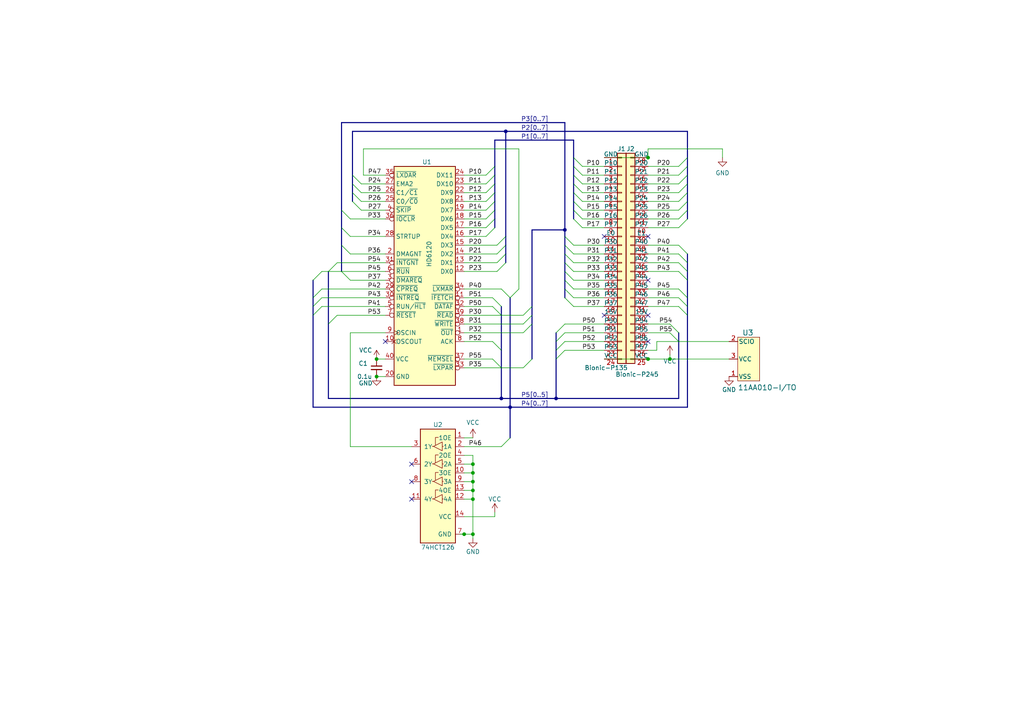
<source format=kicad_sch>
(kicad_sch (version 20230121) (generator eeschema)
  (paper "A4")
  (title_block (title "BionicHD6120") (date "2023-12-10") (rev "1") (company "Tadashi G. Takaoka"))
  (lib_symbols
    (symbol "0-LocalLibrary:11AA010-I_TO" (pin_names (offset 0.254))
      (property "Reference" "U" (at 2.54 1.27 0))
      (property "Value" "11AA010-I/TO" (at 3.81 -13.97 0))
      (symbol "11AA010-I_TO_1_1"
        (rectangle (start 0 0) (end 6.35 -12.7) (fill (type background)))
        (pin power_in line (at -2.54 -11.43 0) (length 2.54) (name "VSS") (number "1"))
        (pin bidirectional line (at -2.54 -1.27 0) (length 2.54) (name "SCIO") (number "2"))
        (pin power_in line (at -2.54 -6.35 0) (length 2.54) (name "VCC") (number "3"))
      )
    )
    (symbol "0-LocalLibrary:74HCT126" (pin_names (offset 1.016))
      (property "Reference" "U" (at 0 16.51 0))
      (property "Value" "74HCT126" (at 0 -19.05 0))
      (symbol "74HCT126_0_1"
        (polyline (pts (xy -1.2954 10.2108) (xy -1.6002 10.2108)))
        (polyline (pts (xy 1.2954 10.2362) (xy 1.651 10.2362)))
        (polyline (pts (xy 0.7112 10.5664) (xy 0.7112 12.827) (xy -0.127 12.827) (xy -0.1016 12.827)))
      )
      (symbol "74HCT126_1_0"
        (polyline (pts (xy 1.27 10.2362) (xy -1.27 11.5062) (xy -1.27 8.9662) (xy 1.27 10.2362)) (stroke (width 0.1524)))
        (pin input line (at -7.62 12.7 0) (length 2.54) (name "1OE") (number "1"))
        (pin input line (at -7.62 2.54 0) (length 2.54) (name "3OE") (number "10"))
        (pin tri_state line (at 7.62 -5.08 180) (length 2.54) (name "4Y") (number "11"))
        (pin input line (at -7.62 -5.08 0) (length 2.54) (name "4A") (number "12"))
        (pin input line (at -7.62 -2.54 0) (length 2.54) (name "4OE") (number "13"))
        (pin power_in line (at -7.62 -10.16 0) (length 2.54) (name "VCC") (number "14"))
        (pin input line (at -7.62 10.16 0) (length 2.54) (name "1A") (number "2"))
        (pin tri_state line (at 7.62 10.16 180) (length 2.54) (name "1Y") (number "3"))
        (pin input line (at -7.62 7.62 0) (length 2.54) (name "2OE") (number "4"))
        (pin input line (at -7.62 5.08 0) (length 2.54) (name "2A") (number "5"))
        (pin tri_state line (at 7.62 5.08 180) (length 2.54) (name "2Y") (number "6"))
        (pin power_in line (at -7.62 -15.24 0) (length 2.54) (name "GND") (number "7"))
        (pin tri_state line (at 7.62 0 180) (length 2.54) (name "3Y") (number "8"))
        (pin input line (at -7.62 0 0) (length 2.54) (name "3A") (number "9"))
      )
      (symbol "74HCT126_1_1"
        (rectangle (start -5.08 15.24) (end 5.08 -17.78) (stroke (width 0.254)) (fill (type background)))
        (polyline (pts (xy -1.2954 -5.0292) (xy -1.6002 -5.0292)))
        (polyline (pts (xy -1.2954 0.0508) (xy -1.6002 0.0508)))
        (polyline (pts (xy -1.2954 5.1308) (xy -1.6002 5.1308)))
        (polyline (pts (xy 1.2954 -5.0038) (xy 1.651 -5.0038)))
        (polyline (pts (xy 1.2954 0.0762) (xy 1.651 0.0762)))
        (polyline (pts (xy 1.2954 5.1562) (xy 1.651 5.1562)))
        (polyline (pts (xy 0.7112 -4.6736) (xy 0.7112 -2.413) (xy -0.127 -2.413) (xy -0.1016 -2.413)))
        (polyline (pts (xy 0.7112 0.4064) (xy 0.7112 2.667) (xy -0.127 2.667) (xy -0.1016 2.667)))
        (polyline (pts (xy 0.7112 5.4864) (xy 0.7112 7.747) (xy -0.127 7.747) (xy -0.1016 7.747)))
        (polyline (pts (xy 1.27 -5.0038) (xy -1.27 -3.7338) (xy -1.27 -6.2738) (xy 1.27 -5.0038)) (stroke (width 0.1524)))
        (polyline (pts (xy 1.27 0.0762) (xy -1.27 1.3462) (xy -1.27 -1.1938) (xy 1.27 0.0762)) (stroke (width 0.1524)))
        (polyline (pts (xy 1.27 5.1562) (xy -1.27 6.4262) (xy -1.27 3.8862) (xy 1.27 5.1562)) (stroke (width 0.1524)))
      )
    )
    (symbol "0-LocalLibrary:Bionic-P135" (pin_names (offset 0))
      (property "Reference" "J" (at 0 30.48 0))
      (property "Value" "Bionic-P135" (at -1.27 -33.02 0))
      (symbol "Bionic-P135_1_1"
        (rectangle (start -1.27 -30.353) (end 0 -30.607) (stroke (width 0.1524)))
        (rectangle (start -1.27 -27.813) (end 0 -28.067) (stroke (width 0.1524)))
        (rectangle (start -1.27 -25.273) (end 0 -25.527) (stroke (width 0.1524)))
        (rectangle (start -1.27 -22.733) (end 0 -22.987) (stroke (width 0.1524)))
        (rectangle (start -1.27 -20.193) (end 0 -20.447) (stroke (width 0.1524)))
        (rectangle (start -1.27 -17.653) (end 0 -17.907) (stroke (width 0.1524)))
        (rectangle (start -1.27 -15.113) (end 0 -15.367) (stroke (width 0.1524)))
        (rectangle (start -1.27 -12.573) (end 0 -12.827) (stroke (width 0.1524)))
        (rectangle (start -1.27 -10.033) (end 0 -10.287) (stroke (width 0.1524)))
        (rectangle (start -1.27 -7.493) (end 0 -7.747) (stroke (width 0.1524)))
        (rectangle (start -1.27 -4.953) (end 0 -5.207) (stroke (width 0.1524)))
        (rectangle (start -1.27 -2.413) (end 0 -2.667) (stroke (width 0.1524)))
        (rectangle (start -1.27 0.127) (end 0 -0.127) (stroke (width 0.1524)))
        (rectangle (start -1.27 2.667) (end 0 2.413) (stroke (width 0.1524)))
        (rectangle (start -1.27 5.207) (end 0 4.953) (stroke (width 0.1524)))
        (rectangle (start -1.27 7.747) (end 0 7.493) (stroke (width 0.1524)))
        (rectangle (start -1.27 10.287) (end 0 10.033) (stroke (width 0.1524)))
        (rectangle (start -1.27 12.827) (end 0 12.573) (stroke (width 0.1524)))
        (rectangle (start -1.27 15.367) (end 0 15.113) (stroke (width 0.1524)))
        (rectangle (start -1.27 17.907) (end 0 17.653) (stroke (width 0.1524)))
        (rectangle (start -1.27 20.447) (end 0 20.193) (stroke (width 0.1524)))
        (rectangle (start -1.27 22.987) (end 0 22.733) (stroke (width 0.1524)))
        (rectangle (start -1.27 25.527) (end 0 25.273) (stroke (width 0.1524)))
        (rectangle (start -1.27 28.067) (end 0 27.813) (stroke (width 0.1524)))
        (rectangle (start -1.27 29.21) (end 1.27 -31.75) (stroke (width 0.254)) (fill (type background)))
        (pin power_out line (at -5.08 27.94 0) (length 3.81) (name "GND") (number "1"))
        (pin bidirectional line (at -5.08 5.08 0) (length 3.81) (name "E0") (number "10"))
        (pin bidirectional line (at -5.08 2.54 0) (length 3.81) (name "P30") (number "11"))
        (pin bidirectional line (at -5.08 0 0) (length 3.81) (name "P31") (number "12"))
        (pin bidirectional line (at -5.08 -2.54 0) (length 3.81) (name "P32") (number "13"))
        (pin bidirectional line (at -5.08 -5.08 0) (length 3.81) (name "P33") (number "14"))
        (pin bidirectional line (at -5.08 -7.62 0) (length 3.81) (name "P34") (number "15"))
        (pin bidirectional line (at -5.08 -10.16 0) (length 3.81) (name "P35") (number "16"))
        (pin bidirectional line (at -5.08 -12.7 0) (length 3.81) (name "P36") (number "17"))
        (pin bidirectional line (at -5.08 -15.24 0) (length 3.81) (name "P37") (number "18"))
        (pin power_out line (at -5.08 -17.78 0) (length 3.81) (name "15V") (number "19"))
        (pin bidirectional line (at -5.08 25.4 0) (length 3.81) (name "P10") (number "2"))
        (pin bidirectional line (at -5.08 -20.32 0) (length 3.81) (name "P50") (number "20"))
        (pin bidirectional line (at -5.08 -22.86 0) (length 3.81) (name "P51") (number "21"))
        (pin bidirectional line (at -5.08 -25.4 0) (length 3.81) (name "P52") (number "22"))
        (pin bidirectional line (at -5.08 -27.94 0) (length 3.81) (name "P53") (number "23"))
        (pin power_out line (at -5.08 -30.48 0) (length 3.81) (name "VCC") (number "24"))
        (pin bidirectional line (at -5.08 22.86 0) (length 3.81) (name "P11") (number "3"))
        (pin bidirectional line (at -5.08 20.32 0) (length 3.81) (name "P12") (number "4"))
        (pin bidirectional line (at -5.08 17.78 0) (length 3.81) (name "P13") (number "5"))
        (pin bidirectional line (at -5.08 15.24 0) (length 3.81) (name "P14") (number "6"))
        (pin bidirectional line (at -5.08 12.7 0) (length 3.81) (name "P15") (number "7"))
        (pin bidirectional line (at -5.08 10.16 0) (length 3.81) (name "P16") (number "8"))
        (pin bidirectional line (at -5.08 7.62 0) (length 3.81) (name "P17") (number "9"))
      )
    )
    (symbol "0-LocalLibrary:Bionic-P245" (pin_names (offset 0))
      (property "Reference" "J" (at -3.81 30.48 0))
      (property "Value" "Bionic-P245" (at -1.27 -33.02 0))
      (symbol "Bionic-P245_1_1"
        (rectangle (start -5.08 -31.75) (end -2.54 29.21) (stroke (width 0.254)) (fill (type background)))
        (rectangle (start -3.81 -30.607) (end -2.54 -30.353) (stroke (width 0.1524)))
        (rectangle (start -3.81 -28.067) (end -2.54 -27.813) (stroke (width 0.1524)))
        (rectangle (start -3.81 -25.527) (end -2.54 -25.273) (stroke (width 0.1524)))
        (rectangle (start -3.81 -22.987) (end -2.54 -22.733) (stroke (width 0.1524)))
        (rectangle (start -3.81 -20.447) (end -2.54 -20.193) (stroke (width 0.1524)))
        (rectangle (start -3.81 -17.907) (end -2.54 -17.653) (stroke (width 0.1524)))
        (rectangle (start -3.81 -15.367) (end -2.54 -15.113) (stroke (width 0.1524)))
        (rectangle (start -3.81 -12.827) (end -2.54 -12.573) (stroke (width 0.1524)))
        (rectangle (start -3.81 -10.287) (end -2.54 -10.033) (stroke (width 0.1524)))
        (rectangle (start -3.81 -7.747) (end -2.54 -7.493) (stroke (width 0.1524)))
        (rectangle (start -3.81 -5.207) (end -2.54 -4.953) (stroke (width 0.1524)))
        (rectangle (start -3.81 -2.667) (end -2.54 -2.413) (stroke (width 0.1524)))
        (rectangle (start -3.81 -0.127) (end -2.54 0.127) (stroke (width 0.1524)))
        (rectangle (start -3.81 2.413) (end -2.54 2.667) (stroke (width 0.1524)))
        (rectangle (start -3.81 4.953) (end -2.54 5.207) (stroke (width 0.1524)))
        (rectangle (start -3.81 7.493) (end -2.54 7.747) (stroke (width 0.1524)))
        (rectangle (start -3.81 10.033) (end -2.54 10.287) (stroke (width 0.1524)))
        (rectangle (start -3.81 12.573) (end -2.54 12.827) (stroke (width 0.1524)))
        (rectangle (start -3.81 15.113) (end -2.54 15.367) (stroke (width 0.1524)))
        (rectangle (start -3.81 17.653) (end -2.54 17.907) (stroke (width 0.1524)))
        (rectangle (start -3.81 20.193) (end -2.54 20.447) (stroke (width 0.1524)))
        (rectangle (start -3.81 22.733) (end -2.54 22.987) (stroke (width 0.1524)))
        (rectangle (start -3.81 25.273) (end -2.54 25.527) (stroke (width 0.1524)))
        (rectangle (start -3.81 27.813) (end -2.54 28.067) (stroke (width 0.1524)))
        (pin power_in line (at 1.27 -30.48 180) (length 3.81) (name "VCC") (number "25"))
        (pin bidirectional line (at 1.27 -27.94 180) (length 3.81) (name "P57") (number "26"))
        (pin bidirectional line (at 1.27 -25.4 180) (length 3.81) (name "P56") (number "27"))
        (pin bidirectional line (at 1.27 -22.86 180) (length 3.81) (name "P55") (number "28"))
        (pin bidirectional line (at 1.27 -20.32 180) (length 3.81) (name "P54") (number "29"))
        (pin power_in line (at 1.27 -17.78 180) (length 3.81) (name "15V") (number "30"))
        (pin bidirectional line (at 1.27 -15.24 180) (length 3.81) (name "P47") (number "31"))
        (pin bidirectional line (at 1.27 -12.7 180) (length 3.81) (name "P46") (number "32"))
        (pin bidirectional line (at 1.27 -10.16 180) (length 3.81) (name "P45") (number "33"))
        (pin bidirectional line (at 1.27 -7.62 180) (length 3.81) (name "P44") (number "34"))
        (pin bidirectional line (at 1.27 -5.08 180) (length 3.81) (name "P43") (number "35"))
        (pin bidirectional line (at 1.27 -2.54 180) (length 3.81) (name "P42") (number "36"))
        (pin bidirectional line (at 1.27 0 180) (length 3.81) (name "P41") (number "37"))
        (pin bidirectional line (at 1.27 2.54 180) (length 3.81) (name "P40") (number "38"))
        (pin bidirectional line (at 1.27 5.08 180) (length 3.81) (name "E1") (number "39"))
        (pin bidirectional line (at 1.27 7.62 180) (length 3.81) (name "P27") (number "40"))
        (pin bidirectional line (at 1.27 10.16 180) (length 3.81) (name "P26") (number "41"))
        (pin bidirectional line (at 1.27 12.7 180) (length 3.81) (name "P25") (number "42"))
        (pin bidirectional line (at 1.27 15.24 180) (length 3.81) (name "P24") (number "43"))
        (pin bidirectional line (at 1.27 17.78 180) (length 3.81) (name "P23") (number "44"))
        (pin bidirectional line (at 1.27 20.32 180) (length 3.81) (name "P22") (number "45"))
        (pin bidirectional line (at 1.27 22.86 180) (length 3.81) (name "P21") (number "46"))
        (pin bidirectional line (at 1.27 25.4 180) (length 3.81) (name "P20") (number "47"))
        (pin power_in line (at 1.27 27.94 180) (length 3.81) (name "GND") (number "48"))
      )
    )
    (symbol "0-LocalLibrary:HD6120"
      (property "Reference" "U" (at -1.27 31.75 0))
      (property "Value" "HD6120" (at 0 -1.27 90))
      (symbol "HD6120_0_1"
        (rectangle (start -8.89 -33.02) (end 8.89 30.48) (stroke (width 0.254)) (fill (type background)))
      )
      (symbol "HD6120_1_1"
        (pin output inverted (at 11.43 -17.78 180) (length 2.54) (name "~{OUT}") (number "1"))
        (pin output non_logic (at -11.43 -20.32 0) (length 2.54) (name "OSCOUT") (number "10"))
        (pin output inverted (at 11.43 -7.62 180) (length 2.54) (name "~{IFETCH}") (number "11"))
        (pin bidirectional line (at 11.43 0 180) (length 2.54) (name "DX0") (number "12"))
        (pin bidirectional line (at 11.43 2.54 180) (length 2.54) (name "DX1") (number "13"))
        (pin bidirectional line (at 11.43 5.08 180) (length 2.54) (name "DX2") (number "14"))
        (pin bidirectional line (at 11.43 7.62 180) (length 2.54) (name "DX3") (number "15"))
        (pin bidirectional line (at 11.43 10.16 180) (length 2.54) (name "DX4") (number "16"))
        (pin bidirectional line (at 11.43 12.7 180) (length 2.54) (name "DX5") (number "17"))
        (pin bidirectional line (at 11.43 15.24 180) (length 2.54) (name "DX6") (number "18"))
        (pin bidirectional line (at 11.43 17.78 180) (length 2.54) (name "DX7") (number "19"))
        (pin output line (at -11.43 5.08 0) (length 2.54) (name "DMAGNT") (number "2"))
        (pin power_in line (at -11.43 -30.48 0) (length 2.54) (name "GND") (number "20"))
        (pin bidirectional line (at 11.43 20.32 180) (length 2.54) (name "DX8") (number "21"))
        (pin bidirectional line (at 11.43 22.86 180) (length 2.54) (name "DX9") (number "22"))
        (pin bidirectional line (at 11.43 25.4 180) (length 2.54) (name "DX10") (number "23"))
        (pin bidirectional line (at 11.43 27.94 180) (length 2.54) (name "DX11") (number "24"))
        (pin bidirectional line (at -11.43 20.32 0) (length 2.54) (name "C0/~{C0}") (number "25"))
        (pin bidirectional line (at -11.43 22.86 0) (length 2.54) (name "C1/~{C1}") (number "26"))
        (pin output line (at -11.43 25.4 0) (length 2.54) (name "EMA2") (number "27"))
        (pin input line (at -11.43 10.16 0) (length 2.54) (name "STRTUP") (number "28"))
        (pin input inverted (at -11.43 -5.08 0) (length 2.54) (name "~{CPREQ}") (number "29"))
        (pin input inverted (at -11.43 -2.54 0) (length 2.54) (name "~{DMAREQ}") (number "3"))
        (pin input inverted (at -11.43 -7.62 0) (length 2.54) (name "~{INTREQ}") (number "30"))
        (pin output inverted (at -11.43 2.54 0) (length 2.54) (name "~{INTGNT}") (number "31"))
        (pin output inverted (at 11.43 -10.16 180) (length 2.54) (name "~{DATAF}") (number "32"))
        (pin output inverted (at 11.43 -27.94 180) (length 2.54) (name "~{LXPAR}") (number "33"))
        (pin output inverted (at 11.43 -5.08 180) (length 2.54) (name "~{LXMAR}") (number "34"))
        (pin output inverted (at -11.43 27.94 0) (length 2.54) (name "~{LXDAR}") (number "35"))
        (pin output inverted (at -11.43 15.24 0) (length 2.54) (name "~{IOCLR}") (number "36"))
        (pin output inverted (at 11.43 -25.4 180) (length 2.54) (name "~{MEMSEL}") (number "37"))
        (pin output inverted (at 11.43 -15.24 180) (length 2.54) (name "~{WRITE}") (number "38"))
        (pin output inverted (at 11.43 -12.7 180) (length 2.54) (name "~{READ}") (number "39"))
        (pin input inverted (at -11.43 17.78 0) (length 2.54) (name "~{SKIP}") (number "4"))
        (pin power_in line (at -11.43 -25.4 0) (length 2.54) (name "VCC") (number "40"))
        (pin input inverted (at -11.43 -10.16 0) (length 2.54) (name "RUN/~{HLT}") (number "5"))
        (pin output inverted (at -11.43 0 0) (length 2.54) (name "~{RUN}") (number "6"))
        (pin input inverted (at -11.43 -12.7 0) (length 2.54) (name "~{RESET}") (number "7"))
        (pin input line (at 11.43 -20.32 180) (length 2.54) (name "ACK") (number "8"))
        (pin input clock (at -11.43 -17.78 0) (length 2.54) (name "OSCIN") (number "9"))
      )
    )
    (symbol "Device:C_Small" (pin_numbers hide) (pin_names (offset 0.254) hide)
      (property "Reference" "C" (at 0.254 1.778 0))
      (property "Value" "C_Small" (at 0.254 -2.032 0))
      (symbol "C_Small_0_1"
        (polyline (pts (xy -1.524 -0.508) (xy 1.524 -0.508)) (stroke (width 0.3302)))
        (polyline (pts (xy -1.524 0.508) (xy 1.524 0.508)) (stroke (width 0.3048)))
      )
      (symbol "C_Small_1_1"
        (pin passive line (at 0 2.54 270) (length 2.032) (name "~") (number "1"))
        (pin passive line (at 0 -2.54 90) (length 2.032) (name "~") (number "2"))
      )
    )
    (symbol "GND_1" (power) (pin_names (offset 0))
      (property "Value" "GND_1" (at 0 -3.81 0))
      (symbol "GND_1_0_1"
        (polyline (pts (xy 0 0) (xy 0 -1.27) (xy 1.27 -1.27) (xy 0 -2.54) (xy -1.27 -1.27) (xy 0 -1.27)))
      )
      (symbol "GND_1_1_1"
        (pin power_in line (at 0 0 270) (length 0) hide (name "GND") (number "1"))
      )
    )
    (symbol "VCC_1" (power) (pin_names (offset 0))
      (property "Value" "VCC_1" (at 0 3.81 0))
      (symbol "VCC_1_0_1"
        (polyline (pts (xy -0.762 1.27) (xy 0 2.54)))
        (polyline (pts (xy 0 0) (xy 0 2.54)))
        (polyline (pts (xy 0 2.54) (xy 0.762 1.27)))
      )
      (symbol "VCC_1_1_1"
        (pin power_in line (at 0 0 90) (length 0) hide (name "VCC") (number "1"))
      )
    )
  )
  (junction (at 137.16 144.78))
  (junction (at 137.16 139.7))
  (junction (at 137.16 137.16))
  (junction (at 146.685 38.1))
  (junction (at 194.31 104.14))
  (junction (at 137.16 142.24))
  (junction (at 187.96 45.72))
  (junction (at 147.955 118.11))
  (junction (at 137.16 134.62))
  (junction (at 161.29 115.57))
  (junction (at 137.16 154.94))
  (junction (at 145.415 115.57))
  (junction (at 134.62 154.94))
  (junction (at 109.22 104.14))
  (junction (at 163.83 66.675))
  (junction (at 109.22 109.22))
  (junction (at 187.96 104.14))
  (no_connect (at 175.26 68.58))
  (no_connect (at 111.76 99.06))
  (no_connect (at 187.96 91.44))
  (no_connect (at 175.26 91.44))
  (no_connect (at 119.38 134.62))
  (no_connect (at 187.96 99.06))
  (no_connect (at 187.96 81.28))
  (no_connect (at 119.38 139.7))
  (no_connect (at 187.96 68.58))
  (no_connect (at 119.38 144.78))
  (bus_entry (at 199.39 60.96) (size -2.54 2.54))
  (bus_entry (at 196.85 71.12) (size 2.54 2.54))
  (bus_entry (at 142.875 86.36) (size 2.54 2.54))
  (bus_entry (at 168.91 60.96) (size -2.54 -2.54))
  (bus_entry (at 99.06 78.74) (size 2.54 2.54))
  (bus_entry (at 93.345 83.82) (size -2.54 2.54))
  (bus_entry (at 154.305 91.44) (size -2.54 2.54))
  (bus_entry (at 194.31 96.52) (size 2.54 2.54))
  (bus_entry (at 140.97 63.5) (size 2.54 -2.54))
  (bus_entry (at 196.85 88.9) (size 2.54 2.54))
  (bus_entry (at 146.685 73.66) (size -2.54 2.54))
  (bus_entry (at 199.39 45.72) (size -2.54 2.54))
  (bus_entry (at 142.875 88.9) (size 2.54 2.54))
  (bus_entry (at 194.31 93.98) (size 2.54 2.54))
  (bus_entry (at 93.345 86.36) (size -2.54 2.54))
  (bus_entry (at 196.85 73.66) (size 2.54 2.54))
  (bus_entry (at 154.305 88.9) (size -2.54 2.54))
  (bus_entry (at 168.91 48.26) (size -2.54 -2.54))
  (bus_entry (at 199.39 63.5) (size -2.54 2.54))
  (bus_entry (at 161.29 101.6) (size 2.54 -2.54))
  (bus_entry (at 146.685 76.2) (size -2.54 2.54))
  (bus_entry (at 163.83 68.58) (size 2.54 2.54))
  (bus_entry (at 102.235 58.42) (size 2.54 2.54))
  (bus_entry (at 163.83 71.12) (size 2.54 2.54))
  (bus_entry (at 168.91 55.88) (size -2.54 -2.54))
  (bus_entry (at 196.85 86.36) (size 2.54 2.54))
  (bus_entry (at 161.29 104.14) (size 2.54 -2.54))
  (bus_entry (at 168.91 53.34) (size -2.54 -2.54))
  (bus_entry (at 168.91 50.8) (size -2.54 -2.54))
  (bus_entry (at 93.345 78.74) (size -2.54 2.54))
  (bus_entry (at 99.06 60.96) (size 2.54 2.54))
  (bus_entry (at 150.495 83.82) (size -2.54 2.54))
  (bus_entry (at 93.345 88.9) (size -2.54 2.54))
  (bus_entry (at 140.97 66.04) (size 2.54 -2.54))
  (bus_entry (at 99.06 71.12) (size 2.54 2.54))
  (bus_entry (at 140.97 53.34) (size 2.54 -2.54))
  (bus_entry (at 168.91 63.5) (size -2.54 -2.54))
  (bus_entry (at 140.97 58.42) (size 2.54 -2.54))
  (bus_entry (at 199.39 58.42) (size -2.54 2.54))
  (bus_entry (at 142.875 104.14) (size 2.54 2.54))
  (bus_entry (at 146.685 68.58) (size -2.54 2.54))
  (bus_entry (at 102.235 50.8) (size 2.54 2.54))
  (bus_entry (at 140.97 68.58) (size 2.54 -2.54))
  (bus_entry (at 140.97 50.8) (size 2.54 -2.54))
  (bus_entry (at 145.415 83.82) (size 2.54 2.54))
  (bus_entry (at 163.83 76.2) (size 2.54 2.54))
  (bus_entry (at 163.83 73.66) (size 2.54 2.54))
  (bus_entry (at 168.91 66.04) (size -2.54 -2.54))
  (bus_entry (at 196.85 78.74) (size 2.54 2.54))
  (bus_entry (at 196.85 83.82) (size 2.54 2.54))
  (bus_entry (at 199.39 53.34) (size -2.54 2.54))
  (bus_entry (at 154.305 93.98) (size -2.54 2.54))
  (bus_entry (at 154.305 104.14) (size -2.54 2.54))
  (bus_entry (at 99.06 66.04) (size 2.54 2.54))
  (bus_entry (at 199.39 50.8) (size -2.54 2.54))
  (bus_entry (at 97.79 91.44) (size -2.54 2.54))
  (bus_entry (at 196.85 76.2) (size 2.54 2.54))
  (bus_entry (at 142.875 99.06) (size 2.54 2.54))
  (bus_entry (at 97.79 76.2) (size -2.54 2.54))
  (bus_entry (at 102.235 53.34) (size 2.54 2.54))
  (bus_entry (at 163.83 86.36) (size 2.54 2.54))
  (bus_entry (at 161.29 96.52) (size 2.54 -2.54))
  (bus_entry (at 199.39 48.26) (size -2.54 2.54))
  (bus_entry (at 199.39 55.88) (size -2.54 2.54))
  (bus_entry (at 102.235 55.88) (size 2.54 2.54))
  (bus_entry (at 147.955 127) (size -2.54 2.54))
  (bus_entry (at 146.685 71.12) (size -2.54 2.54))
  (bus_entry (at 163.83 83.82) (size 2.54 2.54))
  (bus_entry (at 163.83 81.28) (size 2.54 2.54))
  (bus_entry (at 140.97 60.96) (size 2.54 -2.54))
  (bus_entry (at 140.97 55.88) (size 2.54 -2.54))
  (bus_entry (at 168.91 58.42) (size -2.54 -2.54))
  (bus_entry (at 163.83 78.74) (size 2.54 2.54))
  (bus_entry (at 161.29 99.06) (size 2.54 -2.54))
  (bus (pts (xy 163.83 66.675) (xy 163.83 35.56)))
  (wire (pts (xy 134.62 104.14) (xy 142.875 104.14)))
  (wire (pts (xy 137.16 139.7) (xy 137.16 142.24)))
  (bus (pts (xy 199.39 53.34) (xy 199.39 55.88)))
  (wire (pts (xy 175.26 66.04) (xy 168.91 66.04)))
  (wire (pts (xy 134.62 60.96) (xy 140.97 60.96)))
  (bus (pts (xy 146.685 73.66) (xy 146.685 76.2)))
  (wire (pts (xy 134.62 139.7) (xy 137.16 139.7)))
  (wire (pts (xy 111.76 96.52) (xy 101.6 96.52)))
  (wire (pts (xy 187.96 96.52) (xy 194.31 96.52)))
  (bus (pts (xy 199.39 81.28) (xy 199.39 86.36)))
  (wire (pts (xy 145.415 91.44) (xy 151.765 91.44)))
  (wire (pts (xy 134.62 86.36) (xy 142.875 86.36)))
  (bus (pts (xy 145.415 115.57) (xy 95.25 115.57)))
  (bus (pts (xy 196.85 96.52) (xy 196.85 99.06)))
  (wire (pts (xy 175.26 55.88) (xy 168.91 55.88)))
  (bus (pts (xy 199.39 73.66) (xy 199.39 76.2)))
  (bus (pts (xy 166.37 55.88) (xy 166.37 58.42)))
  (bus (pts (xy 95.25 78.74) (xy 95.25 93.98)))
  (wire (pts (xy 175.26 48.26) (xy 168.91 48.26)))
  (wire (pts (xy 134.62 137.16) (xy 137.16 137.16)))
  (wire (pts (xy 190.5 101.6) (xy 190.5 99.06)))
  (wire (pts (xy 163.83 93.98) (xy 175.26 93.98)))
  (wire (pts (xy 134.62 99.06) (xy 142.875 99.06)))
  (bus (pts (xy 166.37 45.72) (xy 166.37 48.26)))
  (wire (pts (xy 134.62 106.68) (xy 145.415 106.68)))
  (bus (pts (xy 199.39 60.96) (xy 199.39 63.5)))
  (wire (pts (xy 93.345 88.9) (xy 111.76 88.9)))
  (bus (pts (xy 102.235 53.34) (xy 102.235 50.8)))
  (wire (pts (xy 134.62 66.04) (xy 140.97 66.04)))
  (wire (pts (xy 190.5 99.06) (xy 196.85 99.06)))
  (bus (pts (xy 146.685 71.12) (xy 146.685 73.66)))
  (bus (pts (xy 199.39 78.74) (xy 199.39 81.28)))
  (wire (pts (xy 145.415 106.68) (xy 151.765 106.68)))
  (bus (pts (xy 166.37 58.42) (xy 166.37 60.96)))
  (wire (pts (xy 187.96 86.36) (xy 196.85 86.36)))
  (wire (pts (xy 97.79 76.2) (xy 111.76 76.2)))
  (wire (pts (xy 166.37 86.36) (xy 175.26 86.36)))
  (bus (pts (xy 163.83 71.12) (xy 163.83 73.66)))
  (wire (pts (xy 166.37 83.82) (xy 175.26 83.82)))
  (wire (pts (xy 175.26 53.34) (xy 168.91 53.34)))
  (wire (pts (xy 99.06 78.74) (xy 111.76 78.74)))
  (wire (pts (xy 187.96 73.66) (xy 196.85 73.66)))
  (bus (pts (xy 163.83 78.74) (xy 163.83 81.28)))
  (bus (pts (xy 145.415 115.57) (xy 161.29 115.57)))
  (bus (pts (xy 199.39 50.8) (xy 199.39 53.34)))
  (bus (pts (xy 143.51 58.42) (xy 143.51 60.96)))
  (bus (pts (xy 161.29 115.57) (xy 196.85 115.57)))
  (bus (pts (xy 99.06 66.04) (xy 99.06 71.12)))
  (bus (pts (xy 143.51 53.34) (xy 143.51 55.88)))
  (wire (pts (xy 133.35 154.94) (xy 134.62 154.94)))
  (wire (pts (xy 105.41 43.18) (xy 150.495 43.18)))
  (bus (pts (xy 146.685 38.1) (xy 146.685 68.58)))
  (wire (pts (xy 134.62 73.66) (xy 144.145 73.66)))
  (bus (pts (xy 199.39 58.42) (xy 199.39 60.96)))
  (wire (pts (xy 175.26 50.8) (xy 168.91 50.8)))
  (wire (pts (xy 175.26 60.96) (xy 168.91 60.96)))
  (bus (pts (xy 90.805 81.28) (xy 90.805 86.36)))
  (bus (pts (xy 146.685 38.1) (xy 199.39 38.1)))
  (wire (pts (xy 137.16 156.21) (xy 137.16 154.94)))
  (bus (pts (xy 145.415 88.9) (xy 145.415 91.44)))
  (bus (pts (xy 102.235 55.88) (xy 102.235 53.34)))
  (bus (pts (xy 145.415 101.6) (xy 145.415 106.68)))
  (bus (pts (xy 146.685 68.58) (xy 146.685 71.12)))
  (bus (pts (xy 199.39 38.1) (xy 199.39 45.72)))
  (bus (pts (xy 196.85 99.06) (xy 196.85 115.57)))
  (bus (pts (xy 154.305 93.98) (xy 154.305 91.44)))
  (bus (pts (xy 199.39 48.26) (xy 199.39 50.8)))
  (wire (pts (xy 134.62 129.54) (xy 145.415 129.54)))
  (wire (pts (xy 134.62 76.2) (xy 144.145 76.2)))
  (bus (pts (xy 99.06 60.96) (xy 99.06 66.04)))
  (wire (pts (xy 194.31 102.87) (xy 194.31 104.14)))
  (wire (pts (xy 163.83 101.6) (xy 175.26 101.6)))
  (wire (pts (xy 187.96 43.18) (xy 209.55 43.18)))
  (wire (pts (xy 134.62 71.12) (xy 144.145 71.12)))
  (bus (pts (xy 166.37 40.64) (xy 166.37 45.72)))
  (bus (pts (xy 166.37 53.34) (xy 166.37 55.88)))
  (wire (pts (xy 101.6 68.58) (xy 111.76 68.58)))
  (wire (pts (xy 134.62 132.08) (xy 137.16 132.08)))
  (wire (pts (xy 134.62 127) (xy 137.16 127)))
  (bus (pts (xy 147.955 118.11) (xy 199.39 118.11)))
  (bus (pts (xy 143.51 60.96) (xy 143.51 63.5)))
  (bus (pts (xy 161.29 104.14) (xy 161.29 115.57)))
  (wire (pts (xy 111.76 73.66) (xy 101.6 73.66)))
  (wire (pts (xy 111.76 50.8) (xy 105.41 50.8)))
  (wire (pts (xy 187.96 88.9) (xy 196.85 88.9)))
  (wire (pts (xy 187.96 48.26) (xy 196.85 48.26)))
  (wire (pts (xy 187.96 93.98) (xy 194.31 93.98)))
  (wire (pts (xy 196.85 99.06) (xy 211.455 99.06)))
  (wire (pts (xy 134.62 53.34) (xy 140.97 53.34)))
  (bus (pts (xy 154.305 66.675) (xy 163.83 66.675)))
  (wire (pts (xy 93.345 78.74) (xy 95.25 78.74)))
  (bus (pts (xy 143.51 63.5) (xy 143.51 66.04)))
  (wire (pts (xy 119.38 129.54) (xy 101.6 129.54)))
  (wire (pts (xy 105.41 50.8) (xy 105.41 43.18)))
  (bus (pts (xy 166.37 60.96) (xy 166.37 63.5)))
  (bus (pts (xy 199.39 86.36) (xy 199.39 88.9)))
  (wire (pts (xy 187.96 78.74) (xy 196.85 78.74)))
  (bus (pts (xy 143.51 50.8) (xy 143.51 53.34)))
  (bus (pts (xy 199.39 91.44) (xy 199.39 118.11)))
  (wire (pts (xy 196.85 76.2) (xy 187.96 76.2)))
  (bus (pts (xy 102.235 50.8) (xy 102.235 38.1)))
  (wire (pts (xy 163.83 99.06) (xy 175.26 99.06)))
  (wire (pts (xy 93.345 86.36) (xy 111.76 86.36)))
  (wire (pts (xy 95.25 78.74) (xy 99.06 78.74)))
  (wire (pts (xy 187.96 71.12) (xy 196.85 71.12)))
  (wire (pts (xy 187.96 55.88) (xy 196.85 55.88)))
  (wire (pts (xy 134.62 58.42) (xy 140.97 58.42)))
  (bus (pts (xy 163.83 66.675) (xy 163.83 68.58)))
  (wire (pts (xy 150.495 43.18) (xy 150.495 83.82)))
  (wire (pts (xy 134.62 55.88) (xy 140.97 55.88)))
  (wire (pts (xy 166.37 76.2) (xy 175.26 76.2)))
  (bus (pts (xy 102.235 38.1) (xy 146.685 38.1)))
  (bus (pts (xy 95.25 115.57) (xy 95.25 93.98)))
  (wire (pts (xy 187.96 58.42) (xy 196.85 58.42)))
  (bus (pts (xy 199.39 55.88) (xy 199.39 58.42)))
  (wire (pts (xy 166.37 78.74) (xy 175.26 78.74)))
  (bus (pts (xy 154.305 91.44) (xy 154.305 88.9)))
  (wire (pts (xy 175.26 63.5) (xy 168.91 63.5)))
  (bus (pts (xy 161.29 101.6) (xy 161.29 104.14)))
  (bus (pts (xy 166.37 48.26) (xy 166.37 50.8)))
  (bus (pts (xy 163.83 73.66) (xy 163.83 76.2)))
  (wire (pts (xy 137.16 137.16) (xy 137.16 139.7)))
  (wire (pts (xy 166.37 71.12) (xy 175.26 71.12)))
  (wire (pts (xy 134.62 154.94) (xy 137.16 154.94)))
  (bus (pts (xy 163.83 81.28) (xy 163.83 83.82)))
  (bus (pts (xy 102.235 58.42) (xy 102.235 55.88)))
  (wire (pts (xy 187.96 104.14) (xy 194.31 104.14)))
  (bus (pts (xy 90.805 118.11) (xy 147.955 118.11)))
  (bus (pts (xy 161.29 99.06) (xy 161.29 101.6)))
  (wire (pts (xy 187.96 50.8) (xy 196.85 50.8)))
  (bus (pts (xy 163.83 83.82) (xy 163.83 86.36)))
  (bus (pts (xy 90.805 88.9) (xy 90.805 91.44)))
  (wire (pts (xy 194.31 104.14) (xy 211.455 104.14)))
  (wire (pts (xy 104.775 53.34) (xy 111.76 53.34)))
  (wire (pts (xy 166.37 81.28) (xy 175.26 81.28)))
  (wire (pts (xy 134.62 96.52) (xy 151.765 96.52)))
  (bus (pts (xy 99.06 35.56) (xy 99.06 60.96)))
  (bus (pts (xy 143.51 55.88) (xy 143.51 58.42)))
  (bus (pts (xy 147.955 86.36) (xy 147.955 118.11)))
  (bus (pts (xy 90.805 91.44) (xy 90.805 118.11)))
  (wire (pts (xy 134.62 68.58) (xy 140.97 68.58)))
  (bus (pts (xy 199.39 88.9) (xy 199.39 91.44)))
  (wire (pts (xy 97.79 91.44) (xy 111.76 91.44)))
  (bus (pts (xy 145.415 106.68) (xy 145.415 115.57)))
  (wire (pts (xy 134.62 142.24) (xy 137.16 142.24)))
  (wire (pts (xy 134.62 83.82) (xy 145.415 83.82)))
  (wire (pts (xy 143.51 149.86) (xy 134.62 149.86)))
  (wire (pts (xy 109.22 109.22) (xy 111.76 109.22)))
  (wire (pts (xy 187.96 63.5) (xy 196.85 63.5)))
  (wire (pts (xy 187.96 60.96) (xy 196.85 60.96)))
  (wire (pts (xy 137.16 132.08) (xy 137.16 134.62)))
  (wire (pts (xy 104.775 55.88) (xy 111.76 55.88)))
  (bus (pts (xy 143.51 40.64) (xy 166.37 40.64)))
  (wire (pts (xy 166.37 73.66) (xy 175.26 73.66)))
  (bus (pts (xy 161.29 96.52) (xy 161.29 99.06)))
  (wire (pts (xy 187.96 101.6) (xy 190.5 101.6)))
  (wire (pts (xy 134.62 63.5) (xy 140.97 63.5)))
  (wire (pts (xy 134.62 93.98) (xy 151.765 93.98)))
  (wire (pts (xy 137.16 134.62) (xy 137.16 137.16)))
  (wire (pts (xy 109.22 104.14) (xy 111.76 104.14)))
  (wire (pts (xy 134.62 144.78) (xy 137.16 144.78)))
  (wire (pts (xy 93.345 83.82) (xy 111.76 83.82)))
  (bus (pts (xy 99.06 35.56) (xy 163.83 35.56)))
  (wire (pts (xy 137.16 142.24) (xy 137.16 144.78)))
  (bus (pts (xy 166.37 50.8) (xy 166.37 53.34)))
  (bus (pts (xy 163.83 76.2) (xy 163.83 78.74)))
  (wire (pts (xy 187.96 53.34) (xy 196.85 53.34)))
  (wire (pts (xy 187.96 66.04) (xy 196.85 66.04)))
  (wire (pts (xy 163.83 96.52) (xy 175.26 96.52)))
  (bus (pts (xy 143.51 48.26) (xy 143.51 50.8)))
  (bus (pts (xy 199.39 76.2) (xy 199.39 78.74)))
  (wire (pts (xy 175.26 104.14) (xy 187.96 104.14)))
  (wire (pts (xy 101.6 96.52) (xy 101.6 129.54)))
  (wire (pts (xy 101.6 63.5) (xy 111.76 63.5)))
  (wire (pts (xy 104.775 58.42) (xy 111.76 58.42)))
  (wire (pts (xy 175.26 45.72) (xy 187.96 45.72)))
  (wire (pts (xy 175.26 58.42) (xy 168.91 58.42)))
  (wire (pts (xy 134.62 134.62) (xy 137.16 134.62)))
  (bus (pts (xy 154.305 88.9) (xy 154.305 66.675)))
  (bus (pts (xy 199.39 45.72) (xy 199.39 48.26)))
  (wire (pts (xy 187.96 83.82) (xy 196.85 83.82)))
  (bus (pts (xy 145.415 91.44) (xy 145.415 101.6)))
  (wire (pts (xy 134.62 88.9) (xy 142.875 88.9)))
  (wire (pts (xy 104.775 60.96) (xy 111.76 60.96)))
  (wire (pts (xy 143.51 149.86) (xy 143.51 148.59)))
  (wire (pts (xy 101.6 81.28) (xy 111.76 81.28)))
  (bus (pts (xy 147.955 118.11) (xy 147.955 127)))
  (bus (pts (xy 143.51 40.64) (xy 143.51 48.26)))
  (bus (pts (xy 90.805 86.36) (xy 90.805 88.9)))
  (bus (pts (xy 99.06 71.12) (xy 99.06 78.74)))
  (wire (pts (xy 134.62 91.44) (xy 145.415 91.44)))
  (wire (pts (xy 187.96 43.18) (xy 187.96 45.72)))
  (bus (pts (xy 163.83 68.58) (xy 163.83 71.12)))
  (bus (pts (xy 154.305 93.98) (xy 154.305 104.14)))
  (wire (pts (xy 134.62 78.74) (xy 144.145 78.74)))
  (wire (pts (xy 137.16 144.78) (xy 137.16 154.94)))
  (wire (pts (xy 134.62 50.8) (xy 140.97 50.8)))
  (wire (pts (xy 166.37 88.9) (xy 175.26 88.9)))
  (wire (pts (xy 209.55 43.18) (xy 209.55 45.72)))
  (label "P35" (at 135.89 106.68 0))
  (label "P17" (at 135.89 68.58 0))
  (label "P3[0..7]" (at 151.13 35.56 0))
  (label "P27" (at 106.68 60.96 0))
  (label "P11" (at 173.99 50.8 180))
  (label "P20" (at 135.89 71.12 0))
  (label "P21" (at 135.89 73.66 0))
  (label "P43" (at 190.5 78.74 0))
  (label "P34" (at 170.18 81.28 0))
  (label "P10" (at 173.99 48.26 180))
  (label "P21" (at 190.5 50.8 0))
  (label "P1[0..7]" (at 151.13 40.64 0))
  (label "P12" (at 135.89 55.88 0))
  (label "P12" (at 173.99 53.34 180))
  (label "P26" (at 190.5 63.5 0))
  (label "P54" (at 191.135 93.98 0))
  (label "P15" (at 173.99 60.96 180))
  (label "P35" (at 170.18 83.82 0))
  (label "P25" (at 190.5 60.96 0))
  (label "P53" (at 110.49 91.44 180))
  (label "P13" (at 135.89 58.42 0))
  (label "P31" (at 135.89 93.98 0))
  (label "P32" (at 170.18 76.2 0))
  (label "P16" (at 135.89 66.04 0))
  (label "P24" (at 106.68 53.34 0))
  (label "P30" (at 135.89 91.44 0))
  (label "P45" (at 190.5 83.82 0))
  (label "P23" (at 190.5 55.88 0))
  (label "P36" (at 110.49 73.66 180))
  (label "P51" (at 135.89 86.36 0))
  (label "P45" (at 110.49 78.74 180))
  (label "P50" (at 172.72 93.98 180))
  (label "P10" (at 135.89 50.8 0))
  (label "P25" (at 106.68 55.88 0))
  (label "P30" (at 170.18 71.12 0))
  (label "P23" (at 135.89 78.74 0))
  (label "P51" (at 172.72 96.52 180))
  (label "P16" (at 173.99 63.5 180))
  (label "P50" (at 135.89 88.9 0))
  (label "P47" (at 106.68 50.8 0))
  (label "P54" (at 110.49 76.2 180))
  (label "P24" (at 190.5 58.42 0))
  (label "P5[0..5]" (at 151.13 115.57 0))
  (label "P17" (at 173.99 66.04 180))
  (label "P26" (at 106.68 58.42 0))
  (label "P55" (at 135.89 104.14 0))
  (label "P11" (at 135.89 53.34 0))
  (label "P37" (at 110.49 81.28 180))
  (label "P2[0..7]" (at 151.13 38.1 0))
  (label "P53" (at 172.72 101.6 180))
  (label "P33" (at 110.49 63.5 180))
  (label "P41" (at 110.49 88.9 180))
  (label "P55" (at 191.135 96.52 0))
  (label "P52" (at 135.89 99.06 0))
  (label "P46" (at 135.89 129.54 0))
  (label "P32" (at 135.89 96.52 0))
  (label "P20" (at 190.5 48.26 0))
  (label "P14" (at 173.99 58.42 180))
  (label "P31" (at 170.18 73.66 0))
  (label "P36" (at 170.18 86.36 0))
  (label "P37" (at 170.18 88.9 0))
  (label "P22" (at 135.89 76.2 0))
  (label "P40" (at 135.89 83.82 0))
  (label "P40" (at 190.5 71.12 0))
  (label "P47" (at 190.5 88.9 0))
  (label "P4[0..7]" (at 151.13 118.11 0))
  (label "P15" (at 135.89 63.5 0))
  (label "P52" (at 172.72 99.06 180))
  (label "P41" (at 190.5 73.66 0))
  (label "P34" (at 110.49 68.58 180))
  (label "P13" (at 173.99 55.88 180))
  (label "P46" (at 190.5 86.36 0))
  (label "P42" (at 110.49 83.82 180))
  (label "P43" (at 110.49 86.36 180))
  (label "P14" (at 135.89 60.96 0))
  (label "P27" (at 190.5 66.04 0))
  (label "P42" (at 190.5 76.2 0))
  (label "P33" (at 170.18 78.74 0))
  (label "P22" (at 190.5 53.34 0))
  (symbol (lib_id "Device:C_Small") (at 109.22 106.68 0) (mirror y) (unit 1)
    (property "Reference" "C1" (at 106.68 105.41 0) (effects (justify left)))
    (property "Value" "0.1u" (at 107.95 109.22 0) (effects (justify left)))
    (property "Footprint" "Capacitor_THT:C_Disc_D3.4mm_W2.1mm_P2.50mm" (effects hide))
  )
  (symbol (lib_id "0-LocalLibrary:74HCT126") (at 127 139.7 0) (mirror y) (unit 1)
    (property "Reference" "U2" (at 127 123.19 0))
    (property "Value" "74HCT126" (at 127 158.75 0))
    (property "Footprint" "Package_DIP:DIP-14_W7.62mm" (effects hide))
    (property "Datasheet" "https://www.ti.com/lit/ds/symlink/cd74hct126.pdf" (effects hide))
  )
  (symbol (lib_name "VCC_1") (lib_id "power:VCC") (at 194.31 102.87 0) (unit 1)
    (property "Reference" "#PWR04" (effects hide))
    (property "Value" "VCC" (at 194.31 104.775 0))
  )
  (symbol (lib_name "GND_1") (lib_id "power:GND") (at 109.22 109.22 0) (unit 1)
    (property "Reference" "#PWR09" (effects hide))
    (property "Value" "GND" (at 106.045 111.125 0))
  )
  (symbol (lib_name "VCC_1") (lib_id "power:VCC") (at 109.22 104.14 0) (unit 1)
    (property "Reference" "#PWR03" (effects hide))
    (property "Value" "VCC" (at 106.045 101.6 0))
  )
  (symbol (lib_name "GND_1") (lib_id "power:GND") (at 211.455 109.22 0) (unit 1)
    (property "Reference" "#PWR05" (effects hide))
    (property "Value" "GND" (at 211.455 113.03 0))
  )
  (symbol (lib_id "0-LocalLibrary:Bionic-P135") (at 180.34 73.66 0) (unit 1)
    (property "Reference" "J1" (at 179.07 43.18 0) (effects (justify left)))
    (property "Value" "Bionic-P135" (at 169.545 106.68 0) (effects (justify left)))
    (property "Footprint" "connector:Bionic-P135_Vertical" (effects hide))
  )
  (symbol (lib_id "0-LocalLibrary:HD6120") (at 123.19 78.74 0) (unit 1)
    (property "Reference" "U1" (at 123.825 46.99 0))
    (property "Value" "HD6120" (at 124.46 73.66 90))
    (property "Footprint" "Package_DIP:DIP-40_W15.24mm" (effects hide))
    (property "Datasheet" "http://www.bitsavers.org/pdf/dec/pdp8/cmos8/_dataSheets/HD-6120.pdf" (effects hide))
  )
  (symbol (lib_id "0-LocalLibrary:11AA010-I_TO") (at 213.995 97.79 0) (unit 1)
    (property "Reference" "U3" (at 215.265 96.52 0) (effects (font (size 1.524 1.524)) (justify left)))
    (property "Value" "11AA010-I/TO" (at 213.995 112.395 0) (effects (font (size 1.524 1.524)) (justify left)))
    (property "Footprint" "TO-92_MC_MCH" (effects hide))
    (property "Datasheet" "11AA010-I/TO" (effects hide))
  )
  (symbol (lib_name "GND_1") (lib_id "power:GND") (at 209.55 45.72 0) (unit 1)
    (property "Reference" "#PWR08" (effects hide))
    (property "Value" "GND" (at 209.55 50.165 0))
  )
  (symbol (lib_name "VCC_1") (lib_id "power:VCC") (at 137.16 127 0) (unit 1)
    (property "Reference" "#PWR01" (effects hide))
    (property "Value" "VCC" (at 137.16 122.555 0))
  )
  (symbol (lib_id "0-LocalLibrary:Bionic-P245") (at 186.69 73.66 0) (unit 1)
    (property "Reference" "J2" (at 182.88 43.18 0))
    (property "Value" "Bionic-P245" (at 184.785 108.585 0))
    (property "Footprint" "connector:Bionic-P245_Vertical" (effects hide))
  )
  (symbol (lib_name "GND_1") (lib_id "power:GND") (at 137.16 156.21 0) (unit 1)
    (property "Reference" "#PWR06" (effects hide))
    (property "Value" "GND" (at 137.16 160.02 0))
  )
  (symbol (lib_name "VCC_1") (lib_id "power:VCC") (at 143.51 148.59 0) (unit 1)
    (property "Reference" "#PWR02" (effects hide))
    (property "Value" "VCC" (at 143.51 144.78 0))
  )
)
</source>
